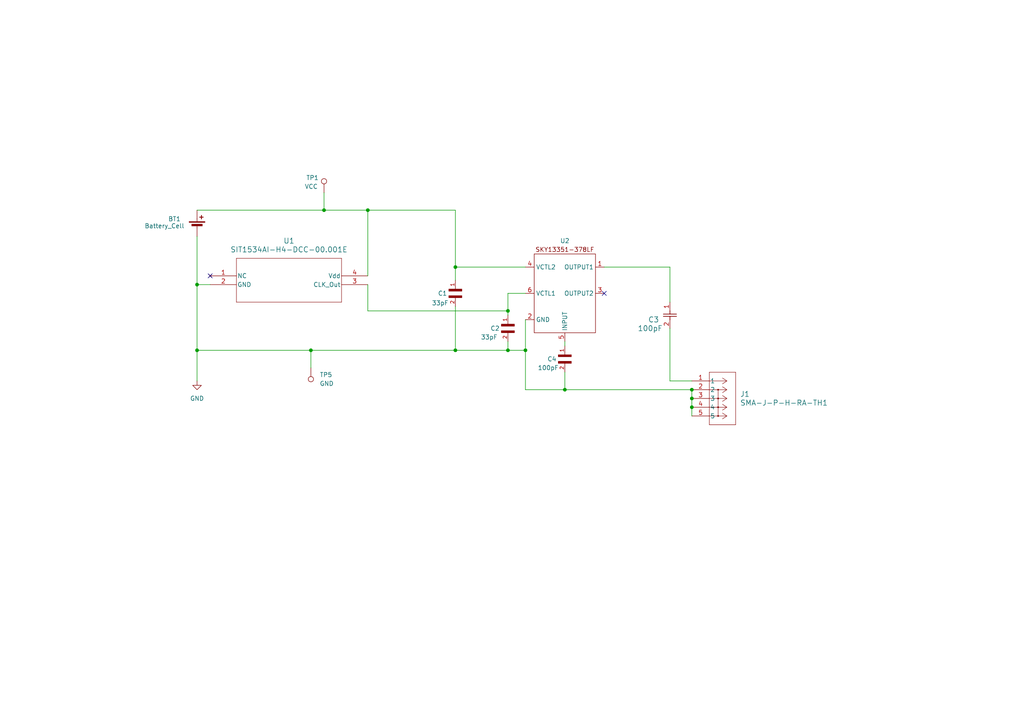
<source format=kicad_sch>
(kicad_sch (version 20231120) (generator "eeschema") (generator_version "8.0")
  (paper "A4")
  (title_block (title "RF Backscatter Tag") (rev "V1.1") (company "UCSC J-Lab"))
  (lib_symbols
    (symbol "2024-02-20_21-31-14:SMA-J-P-H-RA-TH1" (pin_names (offset 0.254))
      (property "Reference" "J" (at 8.89 6.35 0))
      (property "Value" "SMA-J-P-H-RA-TH1" (at 0 0 0))
      (symbol "SMA-J-P-H-RA-TH1_1_1"
        (polyline (pts (xy 5.08 -12.7) (xy 12.7 -12.7)) (stroke (width 0.127)))
        (polyline (pts (xy 5.08 2.54) (xy 5.08 -12.7)) (stroke (width 0.127)))
        (polyline (pts (xy 7.62 -2.54) (xy 7.62 -10.16)) (stroke (width 0.127)))
        (polyline (pts (xy 10.16 -10.16) (xy 5.08 -10.16)) (stroke (width 0.127)))
        (polyline (pts (xy 10.16 -10.16) (xy 8.89 -11.0067)) (stroke (width 0.127)))
        (polyline (pts (xy 10.16 -10.16) (xy 8.89 -9.3133)) (stroke (width 0.127)))
        (polyline (pts (xy 10.16 -7.62) (xy 5.08 -7.62)) (stroke (width 0.127)))
        (polyline (pts (xy 10.16 -7.62) (xy 8.89 -8.4667)) (stroke (width 0.127)))
        (polyline (pts (xy 10.16 -7.62) (xy 8.89 -6.7733)) (stroke (width 0.127)))
        (polyline (pts (xy 10.16 -5.08) (xy 5.08 -5.08)) (stroke (width 0.127)))
        (polyline (pts (xy 10.16 -5.08) (xy 8.89 -5.9267)) (stroke (width 0.127)))
        (polyline (pts (xy 10.16 -5.08) (xy 8.89 -4.2333)) (stroke (width 0.127)))
        (polyline (pts (xy 10.16 -2.54) (xy 5.08 -2.54)) (stroke (width 0.127)))
        (polyline (pts (xy 10.16 -2.54) (xy 8.89 -3.3867)) (stroke (width 0.127)))
        (polyline (pts (xy 10.16 -2.54) (xy 8.89 -1.6933)) (stroke (width 0.127)))
        (polyline (pts (xy 10.16 0) (xy 5.08 0)) (stroke (width 0.127)))
        (polyline (pts (xy 10.16 0) (xy 8.89 -0.8467)) (stroke (width 0.127)))
        (polyline (pts (xy 10.16 0) (xy 8.89 0.8467)) (stroke (width 0.127)))
        (polyline (pts (xy 12.7 -12.7) (xy 12.7 2.54)) (stroke (width 0.127)))
        (polyline (pts (xy 12.7 2.54) (xy 5.08 2.54)) (stroke (width 0.127)))
        (circle (center 7.62 -10.16) (radius 0.127) (stroke (width 0.254)))
        (circle (center 7.62 -7.62) (radius 0.127) (stroke (width 0.254)))
        (circle (center 7.62 -5.08) (radius 0.127) (stroke (width 0.254)))
        (circle (center 7.62 -2.54) (radius 0.127) (stroke (width 0.254)))
        (pin unspecified line (at 0 0 0) (length 5.08) (name "1") (number "1"))
        (pin unspecified line (at 0 -2.54 0) (length 5.08) (name "2") (number "2"))
        (pin unspecified line (at 0 -5.08 0) (length 5.08) (name "3") (number "3"))
        (pin unspecified line (at 0 -7.62 0) (length 5.08) (name "4") (number "4"))
        (pin unspecified line (at 0 -10.16 0) (length 5.08) (name "5") (number "5"))
      )
      (symbol "SMA-J-P-H-RA-TH1_1_2"
        (polyline (pts (xy 5.08 -12.7) (xy 12.7 -12.7)) (stroke (width 0.127)))
        (polyline (pts (xy 5.08 2.54) (xy 5.08 -12.7)) (stroke (width 0.127)))
        (polyline (pts (xy 6.858 -2.54) (xy 6.858 -10.16)) (stroke (width 0.127)))
        (polyline (pts (xy 7.62 -10.16) (xy 5.08 -10.16)) (stroke (width 0.127)))
        (polyline (pts (xy 7.62 -10.16) (xy 8.89 -11.0067)) (stroke (width 0.127)))
        (polyline (pts (xy 7.62 -10.16) (xy 8.89 -9.3133)) (stroke (width 0.127)))
        (polyline (pts (xy 7.62 -7.62) (xy 5.08 -7.62)) (stroke (width 0.127)))
        (polyline (pts (xy 7.62 -7.62) (xy 8.89 -8.4667)) (stroke (width 0.127)))
        (polyline (pts (xy 7.62 -7.62) (xy 8.89 -6.7733)) (stroke (width 0.127)))
        (polyline (pts (xy 7.62 -5.08) (xy 5.08 -5.08)) (stroke (width 0.127)))
        (polyline (pts (xy 7.62 -5.08) (xy 8.89 -5.9267)) (stroke (width 0.127)))
        (polyline (pts (xy 7.62 -5.08) (xy 8.89 -4.2333)) (stroke (width 0.127)))
        (polyline (pts (xy 7.62 -2.54) (xy 5.08 -2.54)) (stroke (width 0.127)))
        (polyline (pts (xy 7.62 -2.54) (xy 8.89 -3.3867)) (stroke (width 0.127)))
        (polyline (pts (xy 7.62 -2.54) (xy 8.89 -1.6933)) (stroke (width 0.127)))
        (polyline (pts (xy 7.62 0) (xy 5.08 0)) (stroke (width 0.127)))
        (polyline (pts (xy 7.62 0) (xy 8.89 -0.8467)) (stroke (width 0.127)))
        (polyline (pts (xy 7.62 0) (xy 8.89 0.8467)) (stroke (width 0.127)))
        (polyline (pts (xy 12.7 -12.7) (xy 12.7 2.54)) (stroke (width 0.127)))
        (polyline (pts (xy 12.7 2.54) (xy 5.08 2.54)) (stroke (width 0.127)))
        (circle (center 6.858 -10.16) (radius 0.127) (stroke (width 0.254)))
        (circle (center 6.858 -7.62) (radius 0.127) (stroke (width 0.254)))
        (circle (center 6.858 -5.08) (radius 0.127) (stroke (width 0.254)))
        (circle (center 6.858 -2.54) (radius 0.127) (stroke (width 0.254)))
        (pin unspecified line (at 0 0 0) (length 5.08) (name "1") (number "1"))
        (pin unspecified line (at 0 -2.54 0) (length 5.08) (name "2") (number "2"))
        (pin unspecified line (at 0 -5.08 0) (length 5.08) (name "3") (number "3"))
        (pin unspecified line (at 0 -7.62 0) (length 5.08) (name "4") (number "4"))
        (pin unspecified line (at 0 -10.16 0) (length 5.08) (name "5") (number "5"))
      )
    )
    (symbol "2024-02-26_00-03-55:SIT1534AI-H4-DCC-00.001E" (pin_names (offset 0.254))
      (property "Reference" "XTAL" (at 22.86 10.16 0))
      (property "Value" "SIT1534AI-H4-DCC-00.001E" (at 22.86 7.62 0))
      (symbol "SIT1534AI-H4-DCC-00.001E_1_1"
        (polyline (pts (xy 7.62 -7.62) (xy 38.1 -7.62)) (stroke (width 0.127)))
        (polyline (pts (xy 7.62 5.08) (xy 7.62 -7.62)) (stroke (width 0.127)))
        (polyline (pts (xy 38.1 -7.62) (xy 38.1 5.08)) (stroke (width 0.127)))
        (polyline (pts (xy 38.1 5.08) (xy 7.62 5.08)) (stroke (width 0.127)))
        (pin no_connect line (at 0 0 0) (length 7.62) (name "NC") (number "1"))
        (pin power_out line (at 0 -2.54 0) (length 7.62) (name "GND") (number "2"))
        (pin output line (at 45.72 -2.54 180) (length 7.62) (name "CLK_Out") (number "3"))
        (pin power_in line (at 45.72 0 180) (length 7.62) (name "Vdd") (number "4"))
      )
    )
    (symbol "CBR04C101J3GAC:CBR04C101J3GAC" (pin_names (offset 0.254))
      (property "Reference" "C" (at 3.81 3.81 0))
      (property "Value" "CBR04C101J3GAC" (at 3.81 -3.81 0))
      (symbol "CBR04C101J3GAC_1_1"
        (polyline (pts (xy 2.54 0) (xy 3.4798 0)) (stroke (width 0.2032)))
        (polyline (pts (xy 3.4798 -1.905) (xy 3.4798 1.905)) (stroke (width 0.2032)))
        (polyline (pts (xy 4.1148 -1.905) (xy 4.1148 1.905)) (stroke (width 0.2032)))
        (polyline (pts (xy 4.1148 0) (xy 5.08 0)) (stroke (width 0.2032)))
        (pin unspecified line (at 0 0 0) (length 2.54) (name "") (number "1"))
        (pin unspecified line (at 7.62 0 180) (length 2.54) (name "") (number "2"))
      )
      (symbol "CBR04C101J3GAC_1_2"
        (polyline (pts (xy -1.905 -4.1148) (xy 1.905 -4.1148)) (stroke (width 0.2032)))
        (polyline (pts (xy -1.905 -3.4798) (xy 1.905 -3.4798)) (stroke (width 0.2032)))
        (polyline (pts (xy 0 -4.1148) (xy 0 -5.08)) (stroke (width 0.2032)))
        (polyline (pts (xy 0 -2.54) (xy 0 -3.4798)) (stroke (width 0.2032)))
        (pin unspecified line (at 0 0 270) (length 2.54) (name "") (number "1"))
        (pin unspecified line (at 0 -7.62 90) (length 2.54) (name "") (number "2"))
      )
    )
    (symbol "Connector:TestPoint" (pin_numbers hide) (pin_names (offset 0.762) hide)
      (property "Reference" "TP" (at 0 6.858 0))
      (property "Value" "TestPoint" (at 0 5.08 0))
      (symbol "TestPoint_0_1"
        (circle (center 0 3.302) (radius 0.762))
      )
      (symbol "TestPoint_1_1"
        (pin passive line (at 0 0 90) (length 2.54) (name "1") (number "1"))
      )
    )
    (symbol "Device:Battery_Cell" (pin_numbers hide) (pin_names (offset 0) hide)
      (property "Reference" "BT" (at 2.54 2.54 0))
      (property "Value" "Battery_Cell" (at 2.54 0 0))
      (symbol "Battery_Cell_0_1"
        (rectangle (start -2.286 1.778) (end 2.286 1.524) (fill (type outline)))
        (rectangle (start -1.524 1.016) (end 1.524 0.508) (fill (type outline)))
        (polyline (pts (xy 0 0.762) (xy 0 0)))
        (polyline (pts (xy 0 1.778) (xy 0 2.54)))
        (polyline (pts (xy 0.762 3.048) (xy 1.778 3.048)) (stroke (width 0.254)))
        (polyline (pts (xy 1.27 3.556) (xy 1.27 2.54)) (stroke (width 0.254)))
      )
      (symbol "Battery_Cell_1_1"
        (pin passive line (at 0 5.08 270) (length 2.54) (name "+") (number "1"))
        (pin passive line (at 0 -2.54 90) (length 2.54) (name "-") (number "2"))
      )
    )
    (symbol "GJM1555C1H330JB01D:GJM1555C1H330JB01D" (pin_names (offset 1.016))
      (property "Reference" "C" (at 0 3.8109 0))
      (property "Value" "GJM1555C1H330JB01D" (at 0 -5.0885 0))
      (symbol "GJM1555C1H330JB01D_0_0"
        (rectangle (start 0 -1.9069) (end 0.635 1.905) (stroke (width 0.1)) (fill (type outline)))
        (rectangle (start 1.9069 -1.9069) (end 2.54 1.905) (stroke (width 0.1)) (fill (type outline)))
        (pin passive line (at -2.54 0 0) (length 2.54) (name "~") (number "1"))
        (pin passive line (at 5.08 0 180) (length 2.54) (name "~") (number "2"))
      )
    )
    (symbol "WADAR_KiCAD_Library:SKY13351-378LF"
      (property "Reference" "U2" (at 0 10.16 0))
      (symbol "SKY13351-378LF_0_1"
        (rectangle (start -8.89 6.35) (end 8.89 -16.51))
      )
      (symbol "SKY13351-378LF_1_1"
        (text "SKY13351-378LF" (at 0 7.62 0) (effects (font (size 1.27 1.27))))
        (pin output line (at 11.43 2.54 180) (length 2.54) (name "OUTPUT1") (number "1"))
        (pin passive line (at -11.43 -12.7 0) (length 2.54) (name "GND") (number "2"))
        (pin output line (at 11.43 -5.08 180) (length 2.54) (name "OUTPUT2") (number "3"))
        (pin input line (at -11.43 2.54 0) (length 2.54) (name "VCTL2") (number "4"))
        (pin input line (at 0 -19.05 90) (length 2.54) (name "INPUT") (number "5"))
        (pin input line (at -11.43 -5.08 0) (length 2.54) (name "VCTL1") (number "6"))
      )
    )
    (symbol "power:GND" (power) (pin_names (offset 0))
      (property "Value" "GND" (at 0 -3.81 0))
      (symbol "GND_0_1"
        (polyline (pts (xy 0 0) (xy 0 -1.27) (xy 1.27 -1.27) (xy 0 -2.54) (xy -1.27 -1.27) (xy 0 -1.27)))
      )
      (symbol "GND_1_1"
        (pin power_in line (at 0 0 270) (length 0) hide (name "GND") (number "1"))
      )
    )
  )
  (junction (at 147.32 90.17))
  (junction (at 132.08 77.47))
  (junction (at 152.4 101.6))
  (junction (at 200.66 113.03))
  (junction (at 57.15 82.55))
  (junction (at 147.32 101.6))
  (junction (at 163.83 113.03))
  (junction (at 200.66 115.57))
  (junction (at 93.98 60.96))
  (junction (at 90.17 101.6))
  (junction (at 132.08 101.6))
  (junction (at 200.66 118.11))
  (junction (at 106.68 60.96))
  (junction (at 57.15 101.6))
  (no_connect (at 175.26 85.09))
  (no_connect (at 60.96 80.01))
  (wire (pts (xy 132.08 88.9) (xy 132.08 101.6)))
  (wire (pts (xy 163.83 107.95) (xy 163.83 113.03)))
  (wire (pts (xy 57.15 68.58) (xy 57.15 82.55)))
  (wire (pts (xy 200.66 118.11) (xy 200.66 120.65)))
  (wire (pts (xy 200.66 115.57) (xy 200.66 118.11)))
  (wire (pts (xy 194.31 110.49) (xy 200.66 110.49)))
  (wire (pts (xy 163.83 99.06) (xy 163.83 100.33)))
  (wire (pts (xy 106.68 90.17) (xy 147.32 90.17)))
  (wire (pts (xy 132.08 60.96) (xy 132.08 77.47)))
  (wire (pts (xy 147.32 85.09) (xy 147.32 90.17)))
  (wire (pts (xy 93.98 55.88) (xy 93.98 60.96)))
  (wire (pts (xy 152.4 77.47) (xy 132.08 77.47)))
  (wire (pts (xy 147.32 91.44) (xy 147.32 90.17)))
  (wire (pts (xy 57.15 101.6) (xy 90.17 101.6)))
  (wire (pts (xy 152.4 113.03) (xy 152.4 101.6)))
  (wire (pts (xy 194.31 95.25) (xy 194.31 110.49)))
  (wire (pts (xy 93.98 60.96) (xy 106.68 60.96)))
  (wire (pts (xy 147.32 101.6) (xy 152.4 101.6)))
  (wire (pts (xy 57.15 60.96) (xy 93.98 60.96)))
  (wire (pts (xy 57.15 82.55) (xy 57.15 101.6)))
  (wire (pts (xy 132.08 101.6) (xy 147.32 101.6)))
  (wire (pts (xy 163.83 113.03) (xy 200.66 113.03)))
  (wire (pts (xy 90.17 101.6) (xy 132.08 101.6)))
  (wire (pts (xy 57.15 101.6) (xy 57.15 110.49)))
  (wire (pts (xy 200.66 113.03) (xy 200.66 115.57)))
  (wire (pts (xy 194.31 77.47) (xy 175.26 77.47)))
  (wire (pts (xy 57.15 82.55) (xy 60.96 82.55)))
  (wire (pts (xy 106.68 60.96) (xy 106.68 80.01)))
  (wire (pts (xy 106.68 82.55) (xy 106.68 90.17)))
  (wire (pts (xy 152.4 92.71) (xy 152.4 101.6)))
  (wire (pts (xy 90.17 101.6) (xy 90.17 106.68)))
  (wire (pts (xy 132.08 77.47) (xy 132.08 81.28)))
  (wire (pts (xy 147.32 99.06) (xy 147.32 101.6)))
  (wire (pts (xy 152.4 113.03) (xy 163.83 113.03)))
  (wire (pts (xy 152.4 85.09) (xy 147.32 85.09)))
  (wire (pts (xy 106.68 60.96) (xy 132.08 60.96)))
  (wire (pts (xy 194.31 87.63) (xy 194.31 77.47)))
  (symbol (lib_id "WADAR_KiCAD_Library:SKY13351-378LF") (at 163.83 80.01 0) (unit 1)
    (property "Reference" "U2" (at 163.83 69.85 0))
    (property "Footprint" "JLab_FP:SKY13351_FP" (effects (hide yes)))
  )
  (symbol (lib_id "CBR04C101J3GAC:CBR04C101J3GAC") (at 194.31 87.63 270) (unit 1)
    (property "Reference" "C3" (at 187.96 92.71 90) (effects (font (size 1.524 1.524)) (justify left)))
    (property "Value" "100pF" (at 184.912 95.25 90) (effects (font (size 1.524 1.524)) (justify left)))
    (property "Footprint" "Capacitor_SMD:C_0805_2012Metric" (effects (hide yes)))
    (property "Datasheet" "CC0402KRX7R6BB103" (effects (hide yes)))
  )
  (symbol (lib_id "GJM1555C1H330JB01D:GJM1555C1H330JB01D") (at 163.83 102.87 270) (unit 1)
    (property "Reference" "C4" (at 158.75 104.14 90) (effects (justify left)))
    (property "Value" "100pF" (at 155.956 106.68 90) (effects (justify left)))
    (property "Footprint" "Capacitor_SMD:C_0402_1005Metric" (effects (hide yes)))
    (property "Description" "0402CG330J500NT" (effects (hide yes)))
  )
  (symbol (lib_id "2024-02-26_00-03-55:SIT1534AI-H4-DCC-00.001E") (at 60.96 80.01 0) (unit 1)
    (property "Reference" "U1" (at 83.82 69.85 0) (effects (font (size 1.524 1.524))))
    (property "Value" "SIT1534AI-H4-DCC-00.001E" (at 83.82 72.39 0) (effects (font (size 1.524 1.524))))
    (property "Footprint" "WADARfootprints:XTAL4_SiT1533_SIT" (effects (hide yes)))
    (property "Datasheet" "SIT1534AI-H4-DCC-00.001E" (effects (hide yes)))
  )
  (symbol (lib_id "2024-02-20_21-31-14:SMA-J-P-H-RA-TH1") (at 200.66 110.49 0) (unit 1)
    (property "Reference" "J1" (at 214.63 114.3 0) (effects (font (size 1.524 1.524)) (justify left)))
    (property "Value" "SMA-J-P-H-RA-TH1" (at 214.63 116.84 0) (effects (font (size 1.524 1.524)) (justify left)))
    (property "Footprint" "WADARfootprints:CONN_SMA-J-P-H-RA-TH1_SAI" (effects (hide yes)))
    (property "Datasheet" "SMA-J-P-H-RA-TH1" (effects (hide yes)))
  )
  (symbol (lib_id "GJM1555C1H330JB01D:GJM1555C1H330JB01D") (at 147.32 93.98 270) (unit 1)
    (property "Reference" "C2" (at 142.24 95.25 90) (effects (justify left)))
    (property "Value" "33pF" (at 139.446 97.79 90) (effects (justify left)))
    (property "Footprint" "Capacitor_SMD:C_0402_1005Metric" (effects (hide yes)))
    (property "Description" "0402CG330J500NT" (effects (hide yes)))
  )
  (symbol (lib_id "Device:Battery_Cell") (at 57.15 66.04 0) (unit 1)
    (property "Reference" "BT1" (at 48.768 63.5 0) (effects (justify left)))
    (property "Value" "Battery_Cell" (at 41.91 65.532 0) (effects (justify left)))
    (property "Footprint" "Battery:BatteryHolder_Keystone_1060_1x2032" (effects (hide yes)))
    (property "Description" "Single-cell battery" (effects (hide yes)))
  )
  (symbol (lib_id "power:GND") (at 57.15 110.49 0) (unit 1)
    (property "Reference" "#PWR01" (effects (hide yes)))
    (property "Value" "GND" (at 57.15 115.57 0))
  )
  (symbol (lib_id "Connector:TestPoint") (at 90.17 106.68 180) (unit 1)
    (property "Reference" "TP5" (at 92.71 108.712 0) (effects (justify right)))
    (property "Value" "GND" (at 92.71 111.252 0) (effects (justify right)))
    (property "Footprint" "JLab_FP:EpicTestPointV1" (effects (hide yes)))
  )
  (symbol (lib_id "GJM1555C1H330JB01D:GJM1555C1H330JB01D") (at 132.08 83.82 270) (unit 1)
    (property "Reference" "C1" (at 127 85.09 90) (effects (justify left)))
    (property "Value" "33pF" (at 125.222 87.884 90) (effects (justify left)))
    (property "Footprint" "Capacitor_SMD:C_0402_1005Metric" (effects (hide yes)))
    (property "Description" "0402CG330J500NT" (effects (hide yes)))
  )
  (symbol (lib_id "Connector:TestPoint") (at 93.98 55.88 0) (mirror y) (unit 1)
    (property "Reference" "TP1" (at 92.456 51.562 0) (effects (justify left)))
    (property "Value" "VCC" (at 92.202 54.102 0) (effects (justify left)))
    (property "Footprint" "JLab_FP:EpicTestPointV1" (effects (hide yes)))
  )
)
</source>
